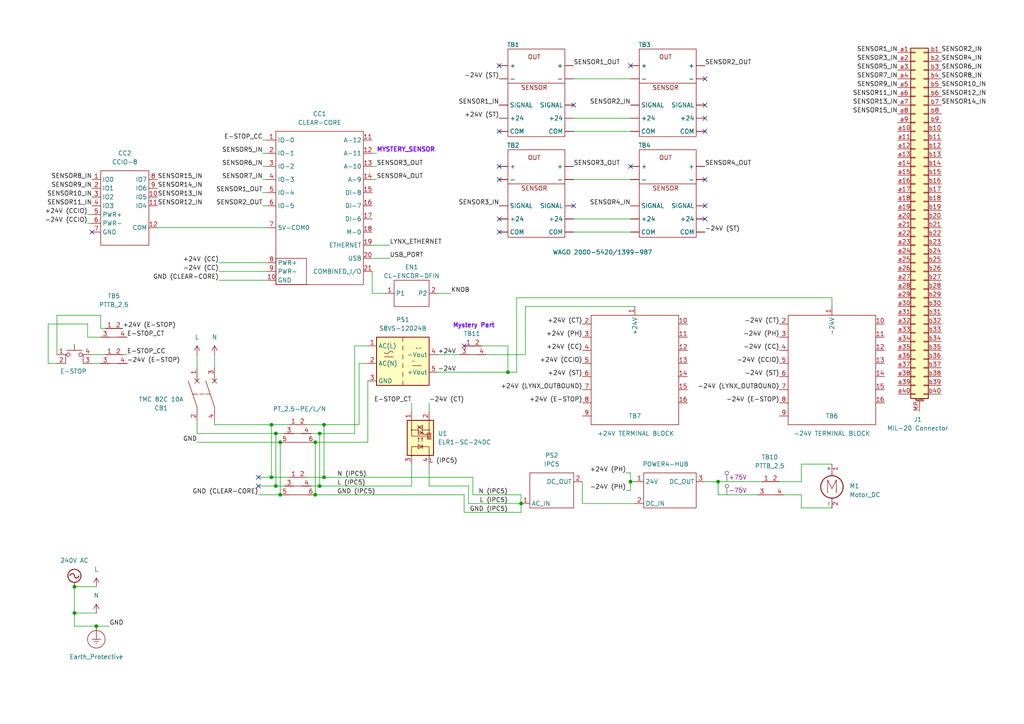
<source format=kicad_sch>
(kicad_sch (version 20250114) (generator "eeschema") (generator_version "9.0")
  (paper "A4")
  (lib_symbols
    (symbol "Connector_Generic_MountingPin:Conn_02x40_Row_Letter_First_MountingPin" (pin_names (offset 1.016) (hide yes))
      (property "Reference" "J" (at 1.27 50.8 0))
      (property "Value" "Conn_02x40_Row_Letter_First_MountingPin" (at 2.54 -53.34 0))
      (symbol "Conn_02x40_Row_Letter_First_MountingPin_1_1"
        (text "Mounting" (at 1.27 -52.451 0) (effects (font (size 0.381 0.381))))
        (pin passive line (at -5.08 48.26 0) (length 3.81) (name "Pin_a1") (number "a1"))
        (pin passive line (at -5.08 45.72 0) (length 3.81) (name "Pin_a2") (number "a2"))
        (pin passive line (at -5.08 43.18 0) (length 3.81) (name "Pin_a3") (number "a3"))
        (pin passive line (at -5.08 40.64 0) (length 3.81) (name "Pin_a4") (number "a4"))
        (pin passive line (at -5.08 38.1 0) (length 3.81) (name "Pin_a5") (number "a5"))
        (pin passive line (at -5.08 35.56 0) (length 3.81) (name "Pin_a6") (number "a6"))
        (pin passive line (at -5.08 33.02 0) (length 3.81) (name "Pin_a7") (number "a7"))
        (pin passive line (at -5.08 30.48 0) (length 3.81) (name "Pin_a8") (number "a8"))
        (pin passive line (at -5.08 27.94 0) (length 3.81) (name "Pin_a9") (number "a9"))
        (pin passive line (at -5.08 25.4 0) (length 3.81) (name "Pin_a10") (number "a10"))
        (pin passive line (at -5.08 22.86 0) (length 3.81) (name "Pin_a11") (number "a11"))
        (pin passive line (at -5.08 20.32 0) (length 3.81) (name "Pin_a12") (number "a12"))
        (pin passive line (at -5.08 17.78 0) (length 3.81) (name "Pin_a13") (number "a13"))
        (pin passive line (at -5.08 15.24 0) (length 3.81) (name "Pin_a14") (number "a14"))
        (pin passive line (at -5.08 12.7 0) (length 3.81) (name "Pin_a15") (number "a15"))
        (pin passive line (at -5.08 10.16 0) (length 3.81) (name "Pin_a16") (number "a16"))
        (pin passive line (at -5.08 7.62 0) (length 3.81) (name "Pin_a17") (number "a17"))
        (pin passive line (at -5.08 5.08 0) (length 3.81) (name "Pin_a18") (number "a18"))
        (pin passive line (at -5.08 2.54 0) (length 3.81) (name "Pin_a19") (number "a19"))
        (pin passive line (at -5.08 0 0) (length 3.81) (name "Pin_a20") (number "a20"))
        (pin passive line (at -5.08 -2.54 0) (length 3.81) (name "Pin_a21") (number "a21"))
        (pin passive line (at -5.08 -5.08 0) (length 3.81) (name "Pin_a22") (number "a22"))
        (pin passive line (at -5.08 -7.62 0) (length 3.81) (name "Pin_a23") (number "a23"))
        (pin passive line (at -5.08 -10.16 0) (length 3.81) (name "Pin_a24") (number "a24"))
        (pin passive line (at -5.08 -12.7 0) (length 3.81) (name "Pin_a25") (number "a25"))
        (pin passive line (at -5.08 -15.24 0) (length 3.81) (name "Pin_a26") (number "a26"))
        (pin passive line (at -5.08 -17.78 0) (length 3.81) (name "Pin_a27") (number "a27"))
        (pin passive line (at -5.08 -20.32 0) (length 3.81) (name "Pin_a28") (number "a28"))
        (pin passive line (at -5.08 -22.86 0) (length 3.81) (name "Pin_a29") (number "a29"))
        (pin passive line (at -5.08 -25.4 0) (length 3.81) (name "Pin_a30") (number "a30"))
        (pin passive line (at -5.08 -27.94 0) (length 3.81) (name "Pin_a31") (number "a31"))
        (pin passive line (at -5.08 -30.48 0) (length 3.81) (name "Pin_a32") (number "a32"))
        (pin passive line (at -5.08 -33.02 0) (length 3.81) (name "Pin_a33") (number "a33"))
        (pin passive line (at -5.08 -35.56 0) (length 3.81) (name "Pin_a34") (number "a34"))
        (pin passive line (at -5.08 -38.1 0) (length 3.81) (name "Pin_a35") (number "a35"))
        (pin passive line (at -5.08 -40.64 0) (length 3.81) (name "Pin_a36") (number "a36"))
        (pin passive line (at -5.08 -43.18 0) (length 3.81) (name "Pin_a37") (number "a37"))
        (pin passive line (at -5.08 -45.72 0) (length 3.81) (name "Pin_a38") (number "a38"))
        (pin passive line (at -5.08 -48.26 0) (length 3.81) (name "Pin_a39") (number "a39"))
        (pin passive line (at -5.08 -50.8 0) (length 3.81) (name "Pin_a40") (number "a40"))
        (pin passive line (at 1.27 -55.88 90) (length 3.048) (name "MountPin") (number "MP"))
        (pin passive line (at 7.62 48.26 180) (length 3.81) (name "Pin_b1") (number "b1"))
        (pin passive line (at 7.62 45.72 180) (length 3.81) (name "Pin_b2") (number "b2"))
        (pin passive line (at 7.62 43.18 180) (length 3.81) (name "Pin_b3") (number "b3"))
        (pin passive line (at 7.62 40.64 180) (length 3.81) (name "Pin_b4") (number "b4"))
        (pin passive line (at 7.62 38.1 180) (length 3.81) (name "Pin_b5") (number "b5"))
        (pin passive line (at 7.62 35.56 180) (length 3.81) (name "Pin_b6") (number "b6"))
        (pin passive line (at 7.62 33.02 180) (length 3.81) (name "Pin_b7") (number "b7"))
        (pin passive line (at 7.62 30.48 180) (length 3.81) (name "Pin_b8") (number "b8"))
        (pin passive line (at 7.62 27.94 180) (length 3.81) (name "Pin_b9") (number "b9"))
        (pin passive line (at 7.62 25.4 180) (length 3.81) (name "Pin_b10") (number "b10"))
        (pin passive line (at 7.62 22.86 180) (length 3.81) (name "Pin_b11") (number "b11"))
        (pin passive line (at 7.62 20.32 180) (length 3.81) (name "Pin_b12") (number "b12"))
        (pin passive line (at 7.62 17.78 180) (length 3.81) (name "Pin_b13") (number "b13"))
        (pin passive line (at 7.62 15.24 180) (length 3.81) (name "Pin_b14") (number "b14"))
        (pin passive line (at 7.62 12.7 180) (length 3.81) (name "Pin_b15") (number "b15"))
        (pin passive line (at 7.62 10.16 180) (length 3.81) (name "Pin_b16") (number "b16"))
        (pin passive line (at 7.62 7.62 180) (length 3.81) (name "Pin_b17") (number "b17"))
        (pin passive line (at 7.62 5.08 180) (length 3.81) (name "Pin_b18") (number "b18"))
        (pin passive line (at 7.62 2.54 180) (length 3.81) (name "Pin_b19") (number "b19"))
        (pin passive line (at 7.62 0 180) (length 3.81) (name "Pin_b20") (number "b20"))
        (pin passive line (at 7.62 -2.54 180) (length 3.81) (name "Pin_b21") (number "b21"))
        (pin passive line (at 7.62 -5.08 180) (length 3.81) (name "Pin_b22") (number "b22"))
        (pin passive line (at 7.62 -7.62 180) (length 3.81) (name "Pin_b23") (number "b23"))
        (pin passive line (at 7.62 -10.16 180) (length 3.81) (name "Pin_b24") (number "b24"))
        (pin passive line (at 7.62 -12.7 180) (length 3.81) (name "Pin_b25") (number "b25"))
        (pin passive line (at 7.62 -15.24 180) (length 3.81) (name "Pin_b26") (number "b26"))
        (pin passive line (at 7.62 -17.78 180) (length 3.81) (name "Pin_b27") (number "b27"))
        (pin passive line (at 7.62 -20.32 180) (length 3.81) (name "Pin_b28") (number "b28"))
        (pin passive line (at 7.62 -22.86 180) (length 3.81) (name "Pin_b29") (number "b29"))
        (pin passive line (at 7.62 -25.4 180) (length 3.81) (name "Pin_b30") (number "b30"))
        (pin passive line (at 7.62 -27.94 180) (length 3.81) (name "Pin_b31") (number "b31"))
        (pin passive line (at 7.62 -30.48 180) (length 3.81) (name "Pin_b32") (number "b32"))
        (pin passive line (at 7.62 -33.02 180) (length 3.81) (name "Pin_b33") (number "b33"))
        (pin passive line (at 7.62 -35.56 180) (length 3.81) (name "Pin_b34") (number "b34"))
        (pin passive line (at 7.62 -38.1 180) (length 3.81) (name "Pin_b35") (number "b35"))
        (pin passive line (at 7.62 -40.64 180) (length 3.81) (name "Pin_b36") (number "b36"))
        (pin passive line (at 7.62 -43.18 180) (length 3.81) (name "Pin_b37") (number "b37"))
        (pin passive line (at 7.62 -45.72 180) (length 3.81) (name "Pin_b38") (number "b38"))
        (pin passive line (at 7.62 -48.26 180) (length 3.81) (name "Pin_b39") (number "b39"))
        (pin passive line (at 7.62 -50.8 180) (length 3.81) (name "Pin_b40") (number "b40"))
      )
    )
    (symbol "LynxActuatorSymbols:24V-BLOCK+"
      (symbol "24V-BLOCK+_1_1"
        (pin input line (at -15.24 15.24 0) (length 2.54) (name "") (number "2"))
        (pin input line (at -15.24 11.43 0) (length 2.54) (name "") (number "3"))
        (pin input line (at -15.24 7.62 0) (length 2.54) (name "") (number "4"))
        (pin input line (at -15.24 3.81 0) (length 2.54) (name "") (number "5"))
        (pin input line (at -15.24 0 0) (length 2.54) (name "") (number "6"))
        (pin input line (at -15.24 -3.81 0) (length 2.54) (name "") (number "7"))
        (pin input line (at -15.24 -7.62 0) (length 2.54) (name "") (number "8"))
        (pin input line (at -15.24 -11.43 0) (length 2.54) (name "") (number "9"))
        (pin power_in line (at 0 20.32 270) (length 2.54) (name "+24V") (number "1"))
        (pin input line (at 15.24 15.24 180) (length 2.54) (name "") (number "10"))
        (pin input line (at 15.24 11.43 180) (length 2.54) (name "") (number "11"))
        (pin input line (at 15.24 7.62 180) (length 2.54) (name "") (number "12"))
        (pin input line (at 15.24 3.81 180) (length 2.54) (name "") (number "13"))
        (pin input line (at 15.24 0 180) (length 2.54) (name "") (number "14"))
        (pin input line (at 15.24 -3.81 180) (length 2.54) (name "") (number "15"))
        (pin input line (at 15.24 -7.62 180) (length 2.54) (name "") (number "16"))
      )
    )
    (symbol "LynxActuatorSymbols:24V-BLOCK-"
      (property "Reference" "TB" (at 0 -17.78 0))
      (symbol "24V-BLOCK-_1_1"
        (pin input line (at -15.24 12.7 0) (length 2.54) (name "") (number "2"))
        (pin input line (at -15.24 8.89 0) (length 2.54) (name "") (number "3"))
        (pin input line (at -15.24 5.08 0) (length 2.54) (name "") (number "4"))
        (pin input line (at -15.24 1.27 0) (length 2.54) (name "") (number "5"))
        (pin input line (at -15.24 -2.54 0) (length 2.54) (name "") (number "6"))
        (pin input line (at -15.24 -6.35 0) (length 2.54) (name "") (number "7"))
        (pin input line (at -15.24 -10.16 0) (length 2.54) (name "") (number "8"))
        (pin input line (at -15.24 -13.97 0) (length 2.54) (name "") (number "9"))
        (pin power_in line (at 0 17.78 270) (length 2.54) (name "-24V") (number "1"))
        (pin input line (at 15.24 12.7 180) (length 2.54) (name "") (number "10"))
        (pin input line (at 15.24 8.89 180) (length 2.54) (name "") (number "11"))
        (pin input line (at 15.24 5.08 180) (length 2.54) (name "") (number "12"))
        (pin input line (at 15.24 1.27 180) (length 2.54) (name "") (number "13"))
        (pin input line (at 15.24 -2.54 180) (length 2.54) (name "") (number "14"))
        (pin input line (at 15.24 -6.35 180) (length 2.54) (name "") (number "15"))
        (pin input line (at 15.24 -10.16 180) (length 2.54) (name "") (number "16"))
      )
    )
    (symbol "LynxActuatorSymbols:CCIO-8"
      (property "Reference" "CC" (at -0.508 11.684 0))
      (property "Value" "CCIO-8" (at 0 -13.208 0))
      (symbol "CCIO-8_1_0"
        (pin input line (at 8.89 7.62 180) (length 2.54) (name "IO7") (number "8"))
        (pin input line (at 8.89 5.08 180) (length 2.54) (name "IO6") (number "9"))
        (pin input line (at 8.89 2.54 180) (length 2.54) (name "IO5") (number "10"))
      )
      (symbol "CCIO-8_1_1"
        (pin input line (at -10.16 7.62 0) (length 2.54) (name "IO0") (number "1"))
        (pin input line (at -10.16 5.08 0) (length 2.54) (name "IO1") (number "2"))
        (pin input line (at -10.16 2.54 0) (length 2.54) (name "IO2") (number "3"))
        (pin input line (at -10.16 0 0) (length 2.54) (name "IO3") (number "4"))
        (pin power_in line (at -10.16 -2.54 0) (length 2.54) (name "PWR+") (number "5"))
        (pin power_in line (at -10.16 -5.08 0) (length 2.54) (name "PWR-") (number "6"))
        (pin power_in line (at -10.16 -7.62 0) (length 2.54) (name "GND") (number "7"))
        (pin input line (at 8.89 0 180) (length 2.54) (name "IO4") (number "11"))
        (pin input line (at 8.89 -6.35 180) (length 2.54) (name "COM") (number "12"))
      )
    )
    (symbol "LynxActuatorSymbols:CL-ENCDR-DFIN"
      (property "Reference" "EN" (at 0 5.334 0))
      (property "Value" "CL-ENCDR-DFIN" (at 0 -5.588 0))
      (symbol "CL-ENCDR-DFIN_1_1"
        (pin input line (at -7.62 0 0) (length 2.54) (name "P1") (number "1"))
        (pin input line (at 7.62 0 180) (length 2.54) (name "P2") (number "2"))
      )
    )
    (symbol "LynxActuatorSymbols:CLEAR-CORE"
      (property "Reference" "CC" (at -0.254 21.59 0))
      (property "Value" "CLEAR-CORE" (at 0 -27.94 0))
      (symbol "CLEAR-CORE_1_1"
        (pin input line (at -15.24 17.78 0) (length 2.54) (name "IO-0") (number "1"))
        (pin input line (at -15.24 13.97 0) (length 2.54) (name "IO-1") (number "2"))
        (pin input line (at -15.24 10.16 0) (length 2.54) (name "IO-2") (number "3"))
        (pin input line (at -15.24 6.35 0) (length 2.54) (name "IO-3") (number "4"))
        (pin input line (at -15.24 2.54 0) (length 2.54) (name "IO-4") (number "5"))
        (pin input line (at -15.24 -1.27 0) (length 2.54) (name "IO-5") (number "6"))
        (pin input line (at -15.24 -7.62 0) (length 2.54) (name "5V-COM0") (number "7"))
        (pin power_in line (at -15.24 -17.78 0) (length 2.54) (name "PWR+") (number "8"))
        (pin power_in line (at -15.24 -20.32 0) (length 2.54) (name "PWR-") (number "9"))
        (pin power_in line (at -15.24 -22.86 0) (length 2.54) (name "GND") (number "10"))
        (pin input line (at 15.24 17.78 180) (length 2.54) (name "A-12") (number "11"))
        (pin input line (at 15.24 13.97 180) (length 2.54) (name "A-11") (number "12"))
        (pin input line (at 15.24 10.16 180) (length 2.54) (name "A-10") (number "13"))
        (pin input line (at 15.24 6.35 180) (length 2.54) (name "A-9") (number "14"))
        (pin input line (at 15.24 2.54 180) (length 2.54) (name "DI-8") (number "15"))
        (pin input line (at 15.24 -1.27 180) (length 2.54) (name "DI-7") (number "16"))
        (pin input line (at 15.24 -5.08 180) (length 2.54) (name "DI-6") (number "17"))
        (pin input line (at 15.24 -8.89 180) (length 2.54) (name "M-0") (number "18"))
        (pin input line (at 15.24 -12.7 180) (length 2.54) (name "ETHERNET") (number "19"))
        (pin input line (at 15.24 -16.51 180) (length 2.54) (name "USB") (number "20"))
        (pin input line (at 15.24 -20.32 180) (length 2.54) (name "COMBINED_I/O") (number "21"))
      )
    )
    (symbol "LynxActuatorSymbols:ELR1-SC-24DC"
      (property "Reference" "U1" (at 0 8.89 0))
      (property "Value" "ELR1-SC-24DC" (at 0 6.35 0))
      (symbol "ELR1-SC-24DC_0_0"
        (text "ZCD" (at 0.508 -2.54 0) (effects (font (size 0.508 0.508))))
      )
      (symbol "ELR1-SC-24DC_1_1"
        (pin passive line (at -7.62 2.54 0) (length 2.54) (name "~") (number "3"))
        (pin passive line (at -7.62 -2.54 0) (length 2.54) (name "~") (number "4"))
        (pin passive line (at 7.62 2.54 180) (length 2.54) (name "~") (number "1"))
        (pin passive line (at 7.62 -2.54 180) (length 2.54) (name "~") (number "2"))
      )
    )
    (symbol "LynxActuatorSymbols:IPC5"
      (property "Reference" "PS" (at 0 7.62 0))
      (property "Value" "IPC5" (at -0.254 -7.366 0))
      (symbol "IPC5_1_1"
        (pin power_in line (at -8.89 -3.81 0) (length 2.54) (name "AC_IN") (number "1"))
        (pin power_out line (at 8.89 2.54 180) (length 2.54) (name "DC_OUT") (number "2\n"))
      )
    )
    (symbol "LynxActuatorSymbols:POWER4-HUB"
      (property "Value" "POWER4-HUB" (at 0.254 -7.874 0))
      (symbol "POWER4-HUB_1_1"
        (pin power_in line (at -8.89 2.54 0) (length 2.54) (name "24V") (number "1"))
        (pin power_in line (at -8.89 -3.81 0) (length 2.54) (name "DC_IN") (number "2"))
        (pin power_out line (at 11.43 2.54 180) (length 2.54) (name "DC_OUT") (number "3"))
      )
    )
    (symbol "LynxActuatorSymbols:PTTB_2,5"
      (property "Reference" "TB" (at 0 4.826 0))
      (property "Value" "PTTB_2,5" (at -0.254 -4.318 0))
      (symbol "PTTB_2,5_1_1"
        (pin power_in line (at -3.81 -1.27 0) (length 2.54) (name "") (number "3"))
        (pin power_in line (at -2.54 1.27 0) (length 2.54) (name "") (number "1"))
        (pin power_out line (at 2.54 1.27 180) (length 2.54) (name "") (number "2"))
        (pin power_out line (at 3.81 -1.27 180) (length 2.54) (name "") (number "4"))
      )
    )
    (symbol "LynxActuatorSymbols:PT_2,5-PE/L/N"
      (property "Reference" "TB" (at 0 6.35 0))
      (property "Value" "PT_2,5-PE/L/N" (at 0 -5.08 0))
      (symbol "PT_2,5-PE/L/N_1_1"
        (pin power_in line (at -5.08 -2.54 0) (length 2.54) (name "") (number "5"))
        (pin power_in line (at -3.81 0 0) (length 2.54) (name "") (number "3"))
        (pin power_in line (at -2.54 2.54 0) (length 2.54) (name "") (number "1"))
        (pin power_out line (at 2.54 2.54 180) (length 2.54) (name "") (number "2"))
        (pin power_out line (at 3.81 0 180) (length 2.54) (name "") (number "4"))
        (pin power_out line (at 5.08 -2.54 180) (length 2.54) (name "") (number "6"))
      )
    )
    (symbol "LynxActuatorSymbols:TMC-82C-10A"
      (property "Reference" "CB1" (at 0 -5.08 0))
      (property "Value" "TMC 82C 10A" (at 0 -7.62 0))
      (symbol "TMC-82C-10A_1_1"
        (pin passive line (at -7.62 2.54 0) (length 2.54) (name "~") (number "2"))
        (pin passive line (at -7.62 -2.54 0) (length 2.54) (name "~") (number "4"))
        (pin passive line (at 7.62 2.54 180) (length 2.54) (name "~") (number "1"))
        (pin passive line (at 7.62 -2.54 180) (length 2.54) (name "~") (number "3"))
      )
    )
    (symbol "LynxActuatorSymbols:WAGO-2000-5420"
      (property "Reference" "TB" (at -3.81 13.97 0))
      (property "Value" "WAGO 2000-5420/1399-987" (at 1.27 -16.764 0))
      (symbol "WAGO-2000-5420_1_1"
        (text "OUT" (at 2.54 10.16 0) (effects (font (size 1.27 1.27))))
        (text "SENSOR" (at 2.54 1.27 0) (effects (font (size 1.27 1.27))))
        (pin output line (at -7.62 7.62 0) (length 2.54) (name "+") (number ""))
        (pin output line (at -7.62 3.81 0) (length 2.54) (name "-") (number ""))
        (pin input line (at -7.62 -3.81 0) (length 2.54) (name "SIGNAL") (number ""))
        (pin power_in line (at -7.62 -7.62 0) (length 2.54) (name "+24") (number ""))
        (pin power_in line (at -7.62 -11.43 0) (length 2.54) (name "COM") (number ""))
        (pin output line (at 13.97 7.62 180) (length 2.54) (name "+") (number ""))
        (pin output line (at 13.97 3.81 180) (length 2.54) (name "-") (number ""))
        (pin input line (at 13.97 -3.81 180) (length 2.54) (name "SIGNAL") (number ""))
        (pin power_in line (at 13.97 -7.62 180) (length 2.54) (name "+24") (number ""))
        (pin power_in line (at 13.97 -11.43 180) (length 2.54) (name "COM") (number ""))
      )
    )
    (symbol "Motor:Motor_DC" (pin_names (offset 0))
      (property "Reference" "M" (at 2.54 2.54 0))
      (property "Value" "Motor_DC" (at 2.54 -5.08 0))
      (symbol "Motor_DC_1_1"
        (pin passive line (at 0 5.08 270) (length 2.54) (name "+") (number "1"))
        (pin passive line (at 0 -7.62 90) (length 2.54) (name "-") (number "2"))
      )
    )
    (symbol "PTTB_2,5_1"
      (property "Reference" "TB6" (at -0.254 8.382 0))
      (property "Value" "PTTB_2,5" (at -0.254 5.842 0))
      (symbol "PTTB_2,5_1_1_1"
        (pin power_in line (at -3.81 -2.54 0) (length 2.54) (name "") (number "3"))
        (pin power_in line (at -2.54 1.27 0) (length 2.54) (name "") (number "1"))
        (pin power_out line (at 2.54 1.27 180) (length 2.54) (name "") (number "2"))
        (pin power_out line (at 3.81 -2.54 180) (length 2.54) (name "") (number "4"))
      )
    )
    (symbol "S8VS-12024B_1"
      (property "Reference" "PS1" (at 0 10.16 0))
      (property "Value" "S8VS-12024B" (at 0 7.62 0))
      (symbol "S8VS-12024B_1_1_1"
        (pin power_in line (at -10.16 2.54 0) (length 2.54) (name "AC(L)") (number "1"))
        (pin power_in line (at -10.16 -2.54 0) (length 2.54) (name "AC(N)") (number "2"))
        (pin power_in line (at -10.16 -7.62 0) (length 2.54) (name "GND") (number "3"))
        (pin power_out line (at 10.16 0 180) (length 2.54) (name "-Vout") (number "4"))
        (pin power_out line (at 10.16 -5.08 180) (length 2.54) (name "+Vout") (number "5"))
      )
    )
    (symbol "Switch:SW_MEC_5E" (pin_names (offset 1.016) (hide yes))
      (property "Reference" "SW" (at 0.635 5.715 0))
      (property "Value" "SW_MEC_5E" (at 0 -3.175 0))
      (symbol "SW_MEC_5E_0_1"
        (pin passive line (at -5.08 2.54 0) (length 2.54) (name "1") (number "1"))
        (pin passive line (at -5.08 0 0) (length 2.54) (name "2") (number "2"))
        (pin passive line (at 5.08 2.54 180) (length 2.54) (name "A") (number "4"))
        (pin passive line (at 5.08 0 180) (length 2.54) (name "K") (number "3"))
      )
    )
    (symbol "WAGO-2000-5420_1"
      (property "Reference" "TB" (at -3.81 13.97 0))
      (property "Value" "WAGO 2000-5420/1399-987" (at 1.27 -16.764 0))
      (symbol "WAGO-2000-5420_1_1_1"
        (text "OUT" (at 2.54 10.16 0) (effects (font (size 1.27 1.27))))
        (text "SENSOR" (at 2.54 1.27 0) (effects (font (size 1.27 1.27))))
        (pin output line (at -7.62 7.62 0) (length 2.54) (name "+") (number ""))
        (pin output line (at -7.62 3.81 0) (length 2.54) (name "-") (number ""))
        (pin input line (at -7.62 -3.81 0) (length 2.54) (name "SIGNAL") (number ""))
        (pin power_in line (at -7.62 -7.62 0) (length 2.54) (name "+24") (number ""))
        (pin power_in line (at -7.62 -11.43 0) (length 2.54) (name "COM") (number ""))
        (pin output line (at 13.97 7.62 180) (length 2.54) (name "+") (number ""))
        (pin output line (at 13.97 3.81 180) (length 2.54) (name "-") (number ""))
        (pin input line (at 13.97 -3.81 180) (length 2.54) (name "SIGNAL") (number ""))
        (pin power_in line (at 13.97 -7.62 180) (length 2.54) (name "+24") (number ""))
        (pin power_in line (at 13.97 -11.43 180) (length 2.54) (name "COM") (number ""))
      )
    )
    (symbol "WAGO-2000-5420_2"
      (property "Reference" "TB" (at -3.81 13.97 0))
      (property "Value" "WAGO 2000-5420/1399-987" (at 1.27 -16.764 0))
      (symbol "WAGO-2000-5420_2_1_1"
        (text "OUT" (at 2.54 10.16 0) (effects (font (size 1.27 1.27))))
        (text "SENSOR" (at 2.54 1.27 0) (effects (font (size 1.27 1.27))))
        (pin output line (at -7.62 7.62 0) (length 2.54) (name "+") (number ""))
        (pin output line (at -7.62 3.81 0) (length 2.54) (name "-") (number ""))
        (pin input line (at -7.62 -3.81 0) (length 2.54) (name "SIGNAL") (number ""))
        (pin power_in line (at -7.62 -7.62 0) (length 2.54) (name "+24") (number ""))
        (pin power_in line (at -7.62 -11.43 0) (length 2.54) (name "COM") (number ""))
        (pin output line (at 13.97 7.62 180) (length 2.54) (name "+") (number ""))
        (pin output line (at 13.97 3.81 180) (length 2.54) (name "-") (number ""))
        (pin input line (at 13.97 -3.81 180) (length 2.54) (name "SIGNAL") (number ""))
        (pin power_in line (at 13.97 -7.62 180) (length 2.54) (name "+24") (number ""))
        (pin power_in line (at 13.97 -11.43 180) (length 2.54) (name "COM") (number ""))
      )
    )
    (symbol "WAGO-2000-5420_3"
      (property "Reference" "TB" (at -3.81 13.97 0))
      (property "Value" "WAGO 2000-5420/1399-987" (at 1.27 -16.764 0))
      (symbol "WAGO-2000-5420_3_1_1"
        (text "OUT" (at 2.54 10.16 0) (effects (font (size 1.27 1.27))))
        (text "SENSOR" (at 2.54 1.27 0) (effects (font (size 1.27 1.27))))
        (pin output line (at -7.62 7.62 0) (length 2.54) (name "+") (number ""))
        (pin output line (at -7.62 3.81 0) (length 2.54) (name "-") (number ""))
        (pin input line (at -7.62 -3.81 0) (length 2.54) (name "SIGNAL") (number ""))
        (pin power_in line (at -7.62 -7.62 0) (length 2.54) (name "+24") (number ""))
        (pin power_in line (at -7.62 -11.43 0) (length 2.54) (name "COM") (number ""))
        (pin output line (at 13.97 7.62 180) (length 2.54) (name "+") (number ""))
        (pin output line (at 13.97 3.81 180) (length 2.54) (name "-") (number ""))
        (pin input line (at 13.97 -3.81 180) (length 2.54) (name "SIGNAL") (number ""))
        (pin power_in line (at 13.97 -7.62 180) (length 2.54) (name "+24") (number ""))
        (pin power_in line (at 13.97 -11.43 180) (length 2.54) (name "COM") (number ""))
      )
    )
    (symbol "power:+48V" (power) (pin_numbers (hide yes)) (pin_names (offset 0) (hide yes))
      (property "Value" "+48V" (at 0 3.556 0))
      (symbol "+48V_1_1"
        (pin power_in line (at 0 0 90) (length 0) (name "~") (number "1"))
      )
    )
    (symbol "power:AC" (power) (pin_numbers (hide yes)) (pin_names (offset 0) (hide yes))
      (property "Value" "AC" (at 0 6.35 0))
      (symbol "AC_1_1"
        (pin power_in line (at 0 0 90) (length 0) (name "~") (number "1"))
      )
    )
    (symbol "power:Earth_Protective" (power) (pin_numbers (hide yes)) (pin_names (offset 0) (hide yes))
      (property "Value" "Earth_Protective" (at 0 -7.62 0))
      (symbol "Earth_Protective_1_1"
        (pin power_in line (at 0 0 270) (length 0) (name "~") (number "1"))
      )
    )
  )
  (text "Mystery Part" (at 137.414 94.488 0) (effects (font (size 1.27 1.27) (thickness 0.254) (bold yes))))
  (junction (at 208.28 139.7))
  (junction (at 78.74 138.43))
  (junction (at 80.01 140.97))
  (junction (at 27.94 181.61))
  (junction (at 151.13 146.05))
  (junction (at 78.74 123.19))
  (junction (at 81.28 128.27))
  (junction (at 93.98 138.43))
  (junction (at 80.01 125.73))
  (junction (at 147.32 107.95))
  (junction (at 91.44 128.27))
  (junction (at 21.59 170.18))
  (junction (at 91.44 143.51))
  (junction (at 92.71 140.97))
  (junction (at 182.88 139.7))
  (junction (at 81.28 143.51))
  (junction (at 93.98 123.19))
  (junction (at 21.59 177.8))
  (junction (at 92.71 125.73))
  (no_connect (at 144.78 67.31))
  (no_connect (at 204.47 59.69))
  (no_connect (at 144.78 38.1))
  (no_connect (at 144.78 19.05))
  (no_connect (at 182.88 48.26))
  (no_connect (at 26.67 67.31))
  (no_connect (at 204.47 22.86))
  (no_connect (at 166.37 30.48))
  (no_connect (at 134.62 100.33))
  (no_connect (at 204.47 38.1))
  (no_connect (at 144.78 48.26))
  (no_connect (at 144.78 63.5))
  (no_connect (at 204.47 52.07))
  (no_connect (at 74.93 138.43))
  (no_connect (at 74.93 140.97))
  (no_connect (at 204.47 30.48))
  (no_connect (at 144.78 52.07))
  (no_connect (at 204.47 63.5))
  (no_connect (at 182.88 19.05))
  (no_connect (at 166.37 59.69))
  (no_connect (at 204.47 34.29))
  (wire (pts (xy 62.23 123.19) (xy 78.74 123.19)))
  (wire (pts (xy 102.87 125.73) (xy 102.87 100.33)))
  (wire (pts (xy 134.62 148.59) (xy 151.13 148.59)))
  (wire (pts (xy 147.32 107.95) (xy 149.86 107.95)))
  (wire (pts (xy 76.2 59.69) (xy 77.47 59.69)))
  (wire (pts (xy 93.98 123.19) (xy 104.14 123.19)))
  (wire (pts (xy 29.21 91.44) (xy 29.21 95.25)))
  (wire (pts (xy 91.44 128.27) (xy 91.44 143.51)))
  (wire (pts (xy 27.94 181.61) (xy 31.75 181.61)))
  (wire (pts (xy 124.46 116.84) (xy 124.46 119.38)))
  (wire (pts (xy 139.7 100.33) (xy 147.32 100.33)))
  (wire (pts (xy 76.2 55.88) (xy 77.47 55.88)))
  (wire (pts (xy 29.21 95.25) (xy 30.48 95.25)))
  (wire (pts (xy 227.33 143.51) (xy 232.41 143.51)))
  (wire (pts (xy 25.4 64.77) (xy 26.67 64.77)))
  (wire (pts (xy 93.98 123.19) (xy 93.98 138.43)))
  (wire (pts (xy 137.16 138.43) (xy 137.16 143.51)))
  (wire (pts (xy 106.68 128.27) (xy 106.68 110.49)))
  (wire (pts (xy 57.15 121.92) (xy 57.15 125.73)))
  (wire (pts (xy 21.59 170.18) (xy 27.94 170.18)))
  (wire (pts (xy 77.47 78.74) (xy 63.5 78.74)))
  (wire (pts (xy 92.71 125.73) (xy 90.17 125.73)))
  (wire (pts (xy 151.13 143.51) (xy 151.13 146.05)))
  (wire (pts (xy 168.91 146.05) (xy 168.91 139.7)))
  (wire (pts (xy 135.89 146.05) (xy 151.13 146.05)))
  (wire (pts (xy 45.72 66.04) (xy 77.47 66.04)))
  (wire (pts (xy 16.51 102.87) (xy 16.51 91.44)))
  (wire (pts (xy 109.22 48.26) (xy 107.95 48.26)))
  (wire (pts (xy 119.38 116.84) (xy 119.38 119.38)))
  (wire (pts (xy 166.37 52.07) (xy 182.88 52.07)))
  (wire (pts (xy 26.67 102.87) (xy 30.48 102.87)))
  (wire (pts (xy 62.23 106.68) (xy 62.23 102.87)))
  (wire (pts (xy 127 85.09) (xy 130.81 85.09)))
  (wire (pts (xy 21.59 177.8) (xy 21.59 181.61)))
  (wire (pts (xy 16.51 91.44) (xy 29.21 91.44)))
  (wire (pts (xy 26.67 105.41) (xy 29.21 105.41)))
  (wire (pts (xy 107.95 85.09) (xy 111.76 85.09)))
  (wire (pts (xy 16.51 105.41) (xy 13.97 105.41)))
  (wire (pts (xy 62.23 121.92) (xy 62.23 123.19)))
  (wire (pts (xy 226.06 139.7) (xy 232.41 139.7)))
  (wire (pts (xy 36.83 102.87) (xy 35.56 102.87)))
  (wire (pts (xy 21.59 181.61) (xy 27.94 181.61)))
  (wire (pts (xy 92.71 125.73) (xy 92.71 140.97)))
  (wire (pts (xy 137.16 143.51) (xy 151.13 143.51)))
  (wire (pts (xy 25.4 97.79) (xy 29.21 97.79)))
  (wire (pts (xy 232.41 147.32) (xy 241.3 147.32)))
  (wire (pts (xy 80.01 125.73) (xy 82.55 125.73)))
  (wire (pts (xy 104.14 105.41) (xy 106.68 105.41)))
  (wire (pts (xy 107.95 74.93) (xy 113.03 74.93)))
  (wire (pts (xy 76.2 48.26) (xy 77.47 48.26)))
  (wire (pts (xy 76.2 40.64) (xy 77.47 40.64)))
  (wire (pts (xy 232.41 143.51) (xy 232.41 147.32)))
  (wire (pts (xy 168.91 146.05) (xy 184.15 146.05)))
  (wire (pts (xy 204.47 139.7) (xy 208.28 139.7)))
  (wire (pts (xy 74.93 140.97) (xy 80.01 140.97)))
  (wire (pts (xy 181.61 137.16) (xy 182.88 137.16)))
  (wire (pts (xy 74.93 143.51) (xy 81.28 143.51)))
  (wire (pts (xy 166.37 22.86) (xy 182.88 22.86)))
  (wire (pts (xy 104.14 123.19) (xy 104.14 105.41)))
  (wire (pts (xy 109.22 44.45) (xy 107.95 44.45)))
  (wire (pts (xy 78.74 138.43) (xy 83.82 138.43)))
  (wire (pts (xy 166.37 67.31) (xy 182.88 67.31)))
  (wire (pts (xy 109.22 52.07) (xy 107.95 52.07)))
  (wire (pts (xy 127 102.87) (xy 133.35 102.87)))
  (wire (pts (xy 119.38 140.97) (xy 119.38 134.62)))
  (wire (pts (xy 76.2 52.07) (xy 77.47 52.07)))
  (wire (pts (xy 92.71 125.73) (xy 102.87 125.73)))
  (wire (pts (xy 135.89 140.97) (xy 135.89 146.05)))
  (wire (pts (xy 92.71 140.97) (xy 90.17 140.97)))
  (wire (pts (xy 91.44 128.27) (xy 106.68 128.27)))
  (wire (pts (xy 166.37 63.5) (xy 182.88 63.5)))
  (wire (pts (xy 63.5 81.28) (xy 77.47 81.28)))
  (wire (pts (xy 78.74 123.19) (xy 83.82 123.19)))
  (wire (pts (xy 25.4 62.23) (xy 26.67 62.23)))
  (wire (pts (xy 241.3 86.36) (xy 241.3 88.9)))
  (wire (pts (xy 232.41 134.62) (xy 241.3 134.62)))
  (wire (pts (xy 232.41 139.7) (xy 232.41 134.62)))
  (wire (pts (xy 124.46 134.62) (xy 124.46 140.97)))
  (wire (pts (xy 127 107.95) (xy 147.32 107.95)))
  (wire (pts (xy 57.15 128.27) (xy 81.28 128.27)))
  (wire (pts (xy 182.88 139.7) (xy 184.15 139.7)))
  (wire (pts (xy 107.95 71.12) (xy 113.03 71.12)))
  (wire (pts (xy 77.47 76.2) (xy 63.5 76.2)))
  (wire (pts (xy 13.97 93.98) (xy 25.4 93.98)))
  (wire (pts (xy 124.46 140.97) (xy 135.89 140.97)))
  (wire (pts (xy 151.13 146.05) (xy 151.13 148.59)))
  (wire (pts (xy 93.98 138.43) (xy 88.9 138.43)))
  (wire (pts (xy 21.59 170.18) (xy 21.59 177.8)))
  (wire (pts (xy 149.86 86.36) (xy 241.3 86.36)))
  (wire (pts (xy 149.86 107.95) (xy 149.86 86.36)))
  (wire (pts (xy 78.74 123.19) (xy 78.74 138.43)))
  (wire (pts (xy 147.32 100.33) (xy 147.32 107.95)))
  (wire (pts (xy 166.37 34.29) (xy 182.88 34.29)))
  (wire (pts (xy 93.98 123.19) (xy 88.9 123.19)))
  (wire (pts (xy 152.4 102.87) (xy 152.4 88.9)))
  (wire (pts (xy 92.71 140.97) (xy 119.38 140.97)))
  (wire (pts (xy 57.15 125.73) (xy 80.01 125.73)))
  (wire (pts (xy 25.4 93.98) (xy 25.4 97.79)))
  (wire (pts (xy 93.98 138.43) (xy 137.16 138.43)))
  (wire (pts (xy 208.28 139.7) (xy 220.98 139.7)))
  (wire (pts (xy 76.2 44.45) (xy 77.47 44.45)))
  (wire (pts (xy 13.97 105.41) (xy 13.97 93.98)))
  (wire (pts (xy 80.01 125.73) (xy 80.01 140.97)))
  (wire (pts (xy 182.88 139.7) (xy 182.88 142.24)))
  (wire (pts (xy 81.28 128.27) (xy 81.28 143.51)))
  (wire (pts (xy 208.28 139.7) (xy 208.28 143.51)))
  (wire (pts (xy 166.37 38.1) (xy 182.88 38.1)))
  (wire (pts (xy 152.4 88.9) (xy 184.15 88.9)))
  (wire (pts (xy 80.01 140.97) (xy 82.55 140.97)))
  (wire (pts (xy 107.95 78.74) (xy 107.95 85.09)))
  (wire (pts (xy 102.87 100.33) (xy 106.68 100.33)))
  (wire (pts (xy 57.15 102.87) (xy 57.15 106.68)))
  (wire (pts (xy 74.93 138.43) (xy 78.74 138.43)))
  (wire (pts (xy 182.88 137.16) (xy 182.88 139.7)))
  (wire (pts (xy 134.62 143.51) (xy 134.62 148.59)))
  (wire (pts (xy 91.44 143.51) (xy 134.62 143.51)))
  (wire (pts (xy 21.59 177.8) (xy 27.94 177.8)))
  (wire (pts (xy 181.61 142.24) (xy 182.88 142.24)))
  (wire (pts (xy 140.97 102.87) (xy 152.4 102.87)))
  (wire (pts (xy 208.28 143.51) (xy 219.71 143.51)))
  (label "SENSOR1_IN" (at 144.78 30.48 180))
  (label "SENSOR14_IN" (at 273.05 30.48 0))
  (label "SENSOR8_IN" (at 273.05 22.86 0))
  (label "-24V (E-STOP)" (at 226.06 116.84 180))
  (label "E-STOP_CC" (at 76.2 40.64 180))
  (label "+24V (CT)" (at 168.91 93.98 180))
  (label "SENSOR10_IN" (at 26.67 57.15 180))
  (label "SENSOR9_IN" (at 26.67 54.61 180))
  (label "SENSOR1_OUT" (at 166.37 19.05 0))
  (label "-24V (CCIO)" (at 25.4 64.77 180))
  (label "SENSOR3_IN" (at 260.35 17.78 180))
  (label "-24V (PH)" (at 226.06 97.79 180))
  (label "SENSOR5_IN" (at 260.35 20.32 180))
  (label "SENSOR8_IN" (at 26.67 52.07 180))
  (label "MYSTERY_SENSOR" (at 109.22 44.45 0) (effects (font (thickness 0.254) (bold yes))))
  (label "SENSOR4_OUT" (at 204.47 48.26 0))
  (label "-24V (CCIO)" (at 226.06 105.41 180))
  (label "SENSOR2_OUT" (at 76.2 59.69 180))
  (label "L (IPC5)" (at 97.79 140.97 0))
  (label "SENSOR11_IN" (at 26.67 59.69 180))
  (label "GND (IPC5)" (at 147.32 148.59 180))
  (label "SENSOR10_IN" (at 273.05 25.4 0))
  (label "-24V (ST)" (at 226.06 109.22 180))
  (label "SENSOR6_IN" (at 273.05 20.32 0))
  (label "USB_PORT" (at 113.03 74.93 0))
  (label "+24V" (at 127 102.87 0))
  (label "SENSOR13_IN" (at 45.72 57.15 0))
  (label "SENSOR13_IN" (at 260.35 30.48 180))
  (label "+24V (E-STOP)" (at 35.56 95.25 0))
  (label "SENSOR11_IN" (at 260.35 27.94 180))
  (label "N (IPC5)" (at 97.79 138.43 0))
  (label "-24V (ST)" (at 144.78 22.86 180))
  (label "+24V (LYNX_OUTBOUND)" (at 168.91 113.03 180))
  (label "SENSOR15_IN" (at 260.35 33.02 180))
  (label "E-STOP_CT" (at 36.83 97.79 0))
  (label "-24V (ST)" (at 204.47 67.31 0))
  (label "LYNX_ETHERNET" (at 113.03 71.12 0))
  (label "SENSOR2_IN" (at 273.05 15.24 0))
  (label "SENSOR5_IN" (at 76.2 44.45 180))
  (label "SENSOR14_IN" (at 45.72 54.61 0))
  (label "-24V" (at 127 107.95 0))
  (label "SENSOR6_IN" (at 76.2 48.26 180))
  (label "+24V (CC)" (at 168.91 101.6 180))
  (label "-24V (PH)" (at 181.61 142.24 180))
  (label "L (IPC5)" (at 124.46 134.62 0))
  (label "+24V (PH)" (at 181.61 137.16 180))
  (label "N (IPC5)" (at 147.32 143.51 180))
  (label "SENSOR7_IN" (at 260.35 22.86 180))
  (label "SENSOR2_IN" (at 182.88 30.48 180))
  (label "+24V (CCIO)" (at 25.4 62.23 180))
  (label "SENSOR15_IN" (at 45.72 52.07 0))
  (label "SENSOR4_IN" (at 182.88 59.69 180))
  (label "KNOB" (at 130.81 85.09 0))
  (label "-24V (CT)" (at 124.46 116.84 0))
  (label "L (IPC5)" (at 147.32 146.05 180))
  (label "SENSOR4_OUT" (at 109.22 52.07 0))
  (label "SENSOR3_OUT" (at 109.22 48.26 0))
  (label "SENSOR9_IN" (at 260.35 25.4 180))
  (label "E-STOP_CT" (at 119.38 116.84 180))
  (label "SENSOR12_IN" (at 45.72 59.69 0))
  (label "+24V (E-STOP)" (at 168.91 116.84 180))
  (label "E-STOP_CC" (at 36.83 102.87 0))
  (label "SENSOR4_IN" (at 273.05 17.78 0))
  (label "+24V (CCIO)" (at 168.91 105.41 180))
  (label "SENSOR1_OUT" (at 76.2 55.88 180))
  (label "GND" (at 57.15 128.27 180))
  (label "+24V (CC)" (at 63.5 76.2 180))
  (label "-24V (CT)" (at 226.06 93.98 180))
  (label "SENSOR1_IN" (at 260.35 15.24 180))
  (label "+24V (ST)" (at 144.78 34.29 180))
  (label "-24V (E-STOP)" (at 36.83 105.41 0))
  (label "+24V (ST)" (at 168.91 109.22 180))
  (label "SENSOR7_IN" (at 76.2 52.07 180))
  (label "GND (CLEAR-CORE)" (at 63.5 81.28 180))
  (label "GND" (at 31.75 181.61 0))
  (label "GND (IPC5)" (at 97.79 143.51 0))
  (label "SENSOR12_IN" (at 273.05 27.94 0))
  (label "SENSOR3_IN" (at 144.78 59.69 180))
  (label "+24V (PH)" (at 168.91 97.79 180))
  (label "-24V (LYNX_OUTBOUND)" (at 226.06 113.03 180))
  (label "SENSOR2_OUT" (at 204.47 19.05 0))
  (label "-24V (CC)" (at 226.06 101.6 180))
  (label "-24V (CC)" (at 63.5 78.74 180))
  (label "SENSOR3_OUT" (at 166.37 48.26 0))
  (label "GND (CLEAR-CORE)" (at 74.93 143.51 180))
  (netclass_flag "" (length 2.54) (shape round) (at 210.82 139.7 0) (property "Netclass" "+75V" (at 211.328 138.43 0) (effects (justify left))))
  (netclass_flag "" (length 2.54) (shape round) (at 210.82 143.51 0) (property "Netclass" "-75V" (at 211.328 142.24 0) (effects (justify left))))
  (symbol (lib_id "LynxActuatorSymbols:IPC5") (at 160.02 142.24 0) (unit 1)
    (property "Reference" "PS2" (at 160.02 132.08 0))
    (property "Value" "IPC5" (at 160.02 134.62 0))
    (property "Datasheet" "https://teknic.com/ipc-5/" (effects (hide yes)))
    (property "Description" "350/500 Watt DC Power Supply" (effects (hide yes)))
  )
  (symbol (lib_id "LynxActuatorSymbols:TMC-82C-10A") (at 59.69 114.3 90) (unit 1)
    (property "Reference" "CB1" (at 46.736 118.364 90))
    (property "Value" "TMC 82C 10A" (at 46.736 115.824 90))
    (property "Datasheet" "https://www.phoenixcontact.com/en-us/products/thermomagnetic-device-circuit-breakers-tmc-82c-10a-2907591" (effects (hide yes)))
    (property "Description" "Thermal-magnetic Miniature Circuit Breaker, 2-position" (effects (hide yes)))
  )
  (symbol (lib_id "LynxActuatorSymbols:WAGO-2000-5420") (at 152.4 26.67 0) (unit 1)
    (property "Reference" "TB1" (at 148.844 12.954 0))
    (property "Value" "WAGO 2000-5420/1399-987" (at 174.752 73.152 0))
    (property "Datasheet" "https://www.wago.com/us/rail-chassis-terminal-blocks/4-conductor-sensor-terminal-block/p/2000-5420_1399-987" (effects (hide yes)))
    (property "Description" "4-conductor sensor terminal block" (effects (hide yes)))
  )
  (symbol (lib_id "power:+48V") (at 57.15 102.87 0) (unit 1)
    (property "Reference" "#PWR01" (effects (hide yes)))
    (property "Value" "L" (at 57.15 97.79 0))
    (property "Description" "Power symbol creates a global label with name \"+48V\"" (effects (hide yes)))
  )
  (symbol (lib_id "Switch:SW_MEC_5E") (at 21.59 105.41 0) (unit 1)
    (property "Reference" "SW1" (effects (hide yes)))
    (property "Value" "E-STOP" (at 25.146 107.696 0) (effects (justify right)))
    (property "Description" "E-Stop Button" (effects (hide yes)))
  )
  (symbol (lib_name "WAGO-2000-5420_3") (lib_id "LynxActuatorSymbols:WAGO-2000-5420") (at 190.5 55.88 0) (unit 1)
    (property "Reference" "TB4" (at 186.944 42.164 0))
    (property "Value" "WAGO 2000-5420/1399-987" (effects (hide yes)))
    (property "Datasheet" "https://www.wago.com/us/rail-chassis-terminal-blocks/4-conductor-sensor-terminal-block/p/2000-5420_1399-987" (effects (hide yes)))
    (property "Description" "4-conductor sensor terminal block" (effects (hide yes)))
  )
  (symbol (lib_id "power:AC") (at 21.59 170.18 0) (unit 1)
    (property "Reference" "#PWR03" (effects (hide yes)))
    (property "Value" "240V AC" (at 21.59 162.56 0))
    (property "Description" "Power symbol creates a global label with name \"AC\"" (effects (hide yes)))
  )
  (symbol (lib_name "S8VS-12024B_1") (lib_id "LynxActuatorSymbols:S8VS-12024B") (at 116.84 102.87 0) (unit 1)
    (property "Reference" "PS1" (at 116.84 92.71 0))
    (property "Value" "S8VS-12024B" (at 116.84 95.25 0))
    (property "Datasheet" "https://assets.omron.com/m/3ae388bf054128ae/original/S8VS-Series-Switch-Mode-Power-Supply-Datasheet.pdf" (effects (hide yes)))
    (property "Description" "AC/DC DIN RAIL SUPPLY 24V 120W" (effects (hide yes)))
  )
  (symbol (lib_id "LynxActuatorSymbols:24V-BLOCK+") (at 184.15 109.22 0) (unit 1)
    (property "Reference" "TB7" (at 184.15 120.65 0))
    (property "Value" "+24V TERMINAL BLOCK" (at 184.404 125.73 0))
  )
  (symbol (lib_id "LynxActuatorSymbols:CL-ENCDR-DFIN") (at 119.38 85.09 0) (unit 1)
    (property "Reference" "EN1" (at 119.38 77.47 0))
    (property "Value" "CL-ENCDR-DFIN" (at 119.38 80.01 0))
    (property "Datasheet" "https://teknic.com/CL-ENCDR-DFIN/" (effects (hide yes)))
    (property "Description" "Encoder Input Adapter" (effects (hide yes)))
  )
  (symbol (lib_id "LynxActuatorSymbols:PT_2,5-PE/L/N") (at 86.36 140.97 0) (unit 1)
    (property "Reference" "TB9" (effects (hide yes)))
    (property "Value" "PT_2,5-PE/L/N" (effects (hide yes)))
    (property "Datasheet" "https://www.phoenixcontact.com/en-us/products/ground-terminal-block-pt-25-peln-3210538" (effects (hide yes)))
    (property "Description" "Multi-level terminal block" (effects (hide yes)))
  )
  (symbol (lib_id "Connector_Generic_MountingPin:Conn_02x40_Row_Letter_First_MountingPin") (at 265.43 63.5 0) (unit 1)
    (property "Reference" "J1" (at 266.192 121.666 0))
    (property "Value" "MIL-20 Connector" (at 266.192 124.206 0))
    (property "Description" "MIL-20 Sensors Connector" (effects (hide yes)))
  )
  (symbol (lib_name "PTTB_2,5_1") (lib_id "LynxActuatorSymbols:PTTB_2,5") (at 223.52 140.97 0) (unit 1)
    (property "Reference" "TB10" (at 223.266 132.588 0))
    (property "Value" "PTTB_2,5" (at 223.266 135.128 0))
    (property "Datasheet" "https://www.phoenixcontact.com/en-us/products/multi-level-terminal-block-pttb-25-3210567" (effects (hide yes)))
    (property "Description" "Double-level terminal block" (effects (hide yes)))
  )
  (symbol (lib_id "Motor:Motor_DC") (at 241.3 139.7 0) (unit 1)
    (property "Reference" "M1" (at 246.38 140.9699 0) (effects (justify left)))
    (property "Value" "Motor_DC" (at 246.38 143.5099 0) (effects (justify left)))
    (property "Description" "DC Motor" (effects (hide yes)))
  )
  (symbol (lib_name "WAGO-2000-5420_1") (lib_id "LynxActuatorSymbols:WAGO-2000-5420") (at 190.5 26.67 0) (unit 1)
    (property "Reference" "TB3" (at 186.944 12.954 0))
    (property "Value" "WAGO 2000-5420/1399-987" (effects (hide yes)))
    (property "Datasheet" "https://www.wago.com/us/rail-chassis-terminal-blocks/4-conductor-sensor-terminal-block/p/2000-5420_1399-987" (effects (hide yes)))
    (property "Description" "4-conductor sensor terminal block" (effects (hide yes)))
  )
  (symbol (lib_id "power:+48V") (at 62.23 102.87 0) (unit 1)
    (property "Reference" "#PWR02" (effects (hide yes)))
    (property "Value" "N" (at 62.23 97.79 0))
    (property "Description" "Power symbol creates a global label with name \"+48V\"" (effects (hide yes)))
  )
  (symbol (lib_id "LynxActuatorSymbols:CCIO-8") (at 36.83 59.69 0) (unit 1)
    (property "Reference" "CC2" (at 36.195 44.45 0))
    (property "Value" "CCIO-8" (at 36.195 46.99 0))
    (property "Datasheet" "https://teknic.com/CCIO-8/" (effects (hide yes)))
    (property "Description" "Digital I/O Expansion, 8-point" (effects (hide yes)))
  )
  (symbol (lib_id "power:+48V") (at 27.94 170.18 0) (unit 1)
    (property "Reference" "#PWR04" (effects (hide yes)))
    (property "Value" "L" (at 27.94 165.1 0))
    (property "Description" "Power symbol creates a global label with name \"+48V\"" (effects (hide yes)))
  )
  (symbol (lib_id "LynxActuatorSymbols:PTTB_2,5") (at 33.02 104.14 0) (unit 1)
    (property "Reference" "TB12" (effects (hide yes)))
    (property "Value" "PTTB_2,5" (effects (hide yes)))
    (property "Datasheet" "https://www.phoenixcontact.com/en-us/products/multi-level-terminal-block-pttb-25-3210567" (effects (hide yes)))
    (property "Description" "Double-level terminal block" (effects (hide yes)))
  )
  (symbol (lib_id "LynxActuatorSymbols:CLEAR-CORE") (at 92.71 58.42 0) (unit 1)
    (property "Reference" "CC1" (at 92.71 33.02 0))
    (property "Value" "CLEAR-CORE" (at 92.71 35.56 0))
    (property "Datasheet" "https://teknic.com/products/io-motion-controller/clcr-4-13/#system-components_accordion" (effects (hide yes)))
    (property "Description" "ClearCore I/O and Motion Controller" (effects (hide yes)))
  )
  (symbol (lib_id "LynxActuatorSymbols:ELR1-SC-24DC") (at 121.92 127 90) (unit 1)
    (property "Reference" "U1" (at 127 125.7299 90) (effects (justify right)))
    (property "Value" "ELR1-SC-24DC" (at 127 128.2699 90) (effects (justify right)))
    (property "Datasheet" "https://www.phoenixcontact.com/en-us/products/solid-state-contactor-elr-1-sc-24dc600ac-20-1032919" (effects (hide yes)))
    (property "Description" "Single-phase solid-state contactor, input voltage: 24 V DC, output current: 20 A, zero voltage switch" (effects (hide yes)))
  )
  (symbol (lib_id "LynxActuatorSymbols:PTTB_2,5") (at 33.02 96.52 0) (unit 1)
    (property "Reference" "TB5" (at 33.02 85.852 0))
    (property "Value" "PTTB_2,5" (at 33.02 88.392 0))
    (property "Datasheet" "https://www.phoenixcontact.com/en-us/products/multi-level-terminal-block-pttb-25-3210567" (effects (hide yes)))
    (property "Description" "Double-level terminal block" (effects (hide yes)))
  )
  (symbol (lib_id "LynxActuatorSymbols:PT_2,5-PE/L/N") (at 86.36 125.73 0) (unit 1)
    (property "Reference" "TB8" (effects (hide yes)))
    (property "Value" "PT_2,5-PE/L/N" (at 86.868 118.618 0))
    (property "Datasheet" "https://www.phoenixcontact.com/en-us/products/ground-terminal-block-pt-25-peln-3210538" (effects (hide yes)))
    (property "Description" "Multi-level terminal block" (effects (hide yes)))
  )
  (symbol (lib_id "power:Earth_Protective") (at 27.94 181.61 0) (unit 1)
    (property "Reference" "#PWR06" (effects (hide yes)))
    (property "Value" "Earth_Protective" (at 27.94 190.5 0))
    (property "Description" "Power symbol creates a global label with name \"Earth_Protective\"" (effects (hide yes)))
  )
  (symbol (lib_name "WAGO-2000-5420_2") (lib_id "LynxActuatorSymbols:WAGO-2000-5420") (at 152.4 55.88 0) (unit 1)
    (property "Reference" "TB2" (at 148.844 42.164 0))
    (property "Value" "WAGO 2000-5420/1399-987" (effects (hide yes)))
    (property "Datasheet" "https://www.wago.com/us/rail-chassis-terminal-blocks/4-conductor-sensor-terminal-block/p/2000-5420_1399-987" (effects (hide yes)))
    (property "Description" "4-conductor sensor terminal block" (effects (hide yes)))
  )
  (symbol (lib_id "LynxActuatorSymbols:24V-BLOCK-") (at 241.3 106.68 0) (unit 1)
    (property "Reference" "TB6" (at 241.3 120.65 0))
    (property "Value" "-24V TERMINAL BLOCK" (at 241.3 125.73 0))
  )
  (symbol (lib_id "power:+48V") (at 27.94 177.8 0) (unit 1)
    (property "Reference" "#PWR05" (effects (hide yes)))
    (property "Value" "N" (at 27.94 172.72 0))
    (property "Description" "Power symbol creates a global label with name \"+48V\"" (effects (hide yes)))
  )
  (symbol (lib_id "LynxActuatorSymbols:PTTB_2,5") (at 137.16 101.6 0) (unit 1)
    (property "Reference" "TB11" (at 136.906 96.774 0))
    (property "Value" "PTTB_2,5" (effects (hide yes)))
    (property "Datasheet" "https://www.phoenixcontact.com/en-us/products/multi-level-terminal-block-pttb-25-3210567" (effects (hide yes)))
    (property "Description" "Double-level terminal block" (effects (hide yes)))
  )
  (symbol (lib_id "LynxActuatorSymbols:POWER4-HUB") (at 193.04 142.24 0) (unit 1)
    (property "Reference" "PH1" (effects (hide yes)))
    (property "Value" "POWER4-HUB" (at 193.04 134.62 0))
    (property "Datasheet" "https://teknic.com/POWER4-HUB/" (effects (hide yes)))
    (property "Description" "DC Power Distribution Hub" (effects (hide yes)))
  )
)
</source>
